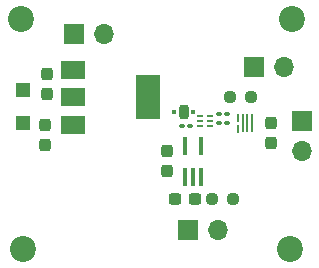
<source format=gbr>
%TF.GenerationSoftware,KiCad,Pcbnew,(6.0.2)*%
%TF.CreationDate,2022-05-16T05:59:01+03:00*%
%TF.ProjectId,FLIM_laser,464c494d-5f6c-4617-9365-722e6b696361,rev?*%
%TF.SameCoordinates,Original*%
%TF.FileFunction,Soldermask,Top*%
%TF.FilePolarity,Negative*%
%FSLAX46Y46*%
G04 Gerber Fmt 4.6, Leading zero omitted, Abs format (unit mm)*
G04 Created by KiCad (PCBNEW (6.0.2)) date 2022-05-16 05:59:01*
%MOMM*%
%LPD*%
G01*
G04 APERTURE LIST*
G04 Aperture macros list*
%AMRoundRect*
0 Rectangle with rounded corners*
0 $1 Rounding radius*
0 $2 $3 $4 $5 $6 $7 $8 $9 X,Y pos of 4 corners*
0 Add a 4 corners polygon primitive as box body*
4,1,4,$2,$3,$4,$5,$6,$7,$8,$9,$2,$3,0*
0 Add four circle primitives for the rounded corners*
1,1,$1+$1,$2,$3*
1,1,$1+$1,$4,$5*
1,1,$1+$1,$6,$7*
1,1,$1+$1,$8,$9*
0 Add four rect primitives between the rounded corners*
20,1,$1+$1,$2,$3,$4,$5,0*
20,1,$1+$1,$4,$5,$6,$7,0*
20,1,$1+$1,$6,$7,$8,$9,0*
20,1,$1+$1,$8,$9,$2,$3,0*%
G04 Aperture macros list end*
%ADD10R,1.700000X1.700000*%
%ADD11O,1.700000X1.700000*%
%ADD12C,2.200000*%
%ADD13RoundRect,0.237500X0.300000X0.237500X-0.300000X0.237500X-0.300000X-0.237500X0.300000X-0.237500X0*%
%ADD14R,2.000000X1.500000*%
%ADD15R,2.000000X3.800000*%
%ADD16RoundRect,0.100000X0.100000X-0.100000X0.100000X0.100000X-0.100000X0.100000X-0.100000X-0.100000X0*%
%ADD17RoundRect,0.200000X0.200000X-0.400000X0.200000X0.400000X-0.200000X0.400000X-0.200000X-0.400000X0*%
%ADD18RoundRect,0.237500X0.237500X-0.300000X0.237500X0.300000X-0.237500X0.300000X-0.237500X-0.300000X0*%
%ADD19RoundRect,0.237500X-0.237500X0.300000X-0.237500X-0.300000X0.237500X-0.300000X0.237500X0.300000X0*%
%ADD20R,0.400000X1.500000*%
%ADD21RoundRect,0.100000X-0.130000X-0.100000X0.130000X-0.100000X0.130000X0.100000X-0.130000X0.100000X0*%
%ADD22RoundRect,0.237500X0.250000X0.237500X-0.250000X0.237500X-0.250000X-0.237500X0.250000X-0.237500X0*%
%ADD23RoundRect,0.057500X-0.192500X-0.057500X0.192500X-0.057500X0.192500X0.057500X-0.192500X0.057500X0*%
%ADD24RoundRect,0.053750X-0.196250X-0.053750X0.196250X-0.053750X0.196250X0.053750X-0.196250X0.053750X0*%
%ADD25R,1.200000X1.200000*%
%ADD26RoundRect,0.237500X-0.250000X-0.237500X0.250000X-0.237500X0.250000X0.237500X-0.250000X0.237500X0*%
%ADD27RoundRect,0.045000X-0.045000X0.305000X-0.045000X-0.305000X0.045000X-0.305000X0.045000X0.305000X0*%
%ADD28RoundRect,0.045000X-0.045000X0.705000X-0.045000X-0.705000X0.045000X-0.705000X0.045000X0.705000X0*%
G04 APERTURE END LIST*
D10*
%TO.C,J4*%
X162600000Y-59200000D03*
D11*
X165140000Y-59200000D03*
%TD*%
D12*
%TO.C,REF\u002A\u002A*%
X148400000Y-41400000D03*
%TD*%
D13*
%TO.C,C6*%
X163200000Y-56600000D03*
X161475000Y-56600000D03*
%TD*%
D14*
%TO.C,U1*%
X152850000Y-45700000D03*
D15*
X159150000Y-48000000D03*
D14*
X152850000Y-48000000D03*
X152850000Y-50300000D03*
%TD*%
D16*
%TO.C,C4*%
X161400000Y-49200000D03*
D17*
X162200000Y-49200000D03*
D16*
X163000000Y-49200000D03*
%TD*%
D18*
%TO.C,C2*%
X150650000Y-47725000D03*
X150650000Y-46000000D03*
%TD*%
D10*
%TO.C,J1*%
X168200000Y-45400000D03*
D11*
X170740000Y-45400000D03*
%TD*%
D10*
%TO.C,J2*%
X152925000Y-42600000D03*
D11*
X155465000Y-42600000D03*
%TD*%
D19*
%TO.C,C7*%
X160800000Y-52537500D03*
X160800000Y-54262500D03*
%TD*%
D10*
%TO.C,J3*%
X172200000Y-50000000D03*
D11*
X172200000Y-52540000D03*
%TD*%
D20*
%TO.C,U3*%
X162350000Y-54730000D03*
X163000000Y-54730000D03*
X163650000Y-54730000D03*
X163650000Y-52070000D03*
X162350000Y-52070000D03*
%TD*%
D21*
%TO.C,C5*%
X162080000Y-50400000D03*
X162720000Y-50400000D03*
%TD*%
D22*
%TO.C,R4*%
X166425000Y-56600000D03*
X164600000Y-56600000D03*
%TD*%
D19*
%TO.C,C1*%
X150450000Y-50337500D03*
X150450000Y-52062500D03*
%TD*%
D12*
%TO.C,REF\u002A\u002A*%
X171400000Y-41400000D03*
%TD*%
D23*
%TO.C,U2*%
X163600000Y-49592500D03*
D24*
X164400000Y-49592500D03*
D23*
X163600000Y-50000000D03*
X164400000Y-50000000D03*
X163600000Y-50400000D03*
X164400000Y-50400000D03*
%TD*%
D25*
%TO.C,D1*%
X148600000Y-50200000D03*
X148600000Y-47400000D03*
%TD*%
D12*
%TO.C,REF\u002A\u002A*%
X148600000Y-60800000D03*
%TD*%
D21*
%TO.C,R2*%
X165225000Y-49400000D03*
X165865000Y-49400000D03*
%TD*%
D26*
%TO.C,R1*%
X166087500Y-48000000D03*
X167912500Y-48000000D03*
%TD*%
D19*
%TO.C,C3*%
X169600000Y-50137500D03*
X169600000Y-51862500D03*
%TD*%
D12*
%TO.C,REF\u002A\u002A*%
X171200000Y-60800000D03*
%TD*%
D21*
%TO.C,R3*%
X165225000Y-50200000D03*
X165865000Y-50200000D03*
%TD*%
D27*
%TO.C,M1*%
X166780000Y-49750000D03*
X166780000Y-50650000D03*
D28*
X167200000Y-50200000D03*
X167600000Y-50200000D03*
X168000000Y-50200000D03*
%TD*%
M02*

</source>
